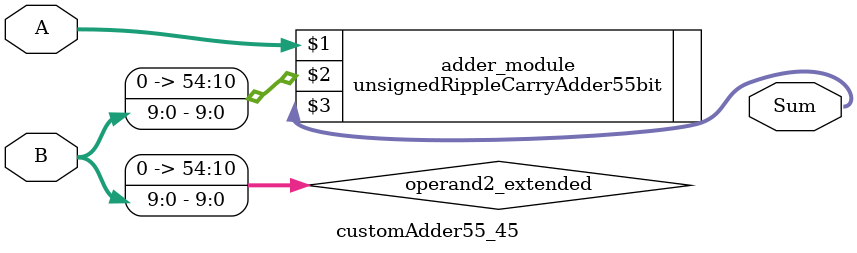
<source format=v>
module customAdder55_45(
                        input [54 : 0] A,
                        input [9 : 0] B,
                        
                        output [55 : 0] Sum
                );

        wire [54 : 0] operand2_extended;
        
        assign operand2_extended =  {45'b0, B};
        
        unsignedRippleCarryAdder55bit adder_module(
            A,
            operand2_extended,
            Sum
        );
        
        endmodule
        
</source>
